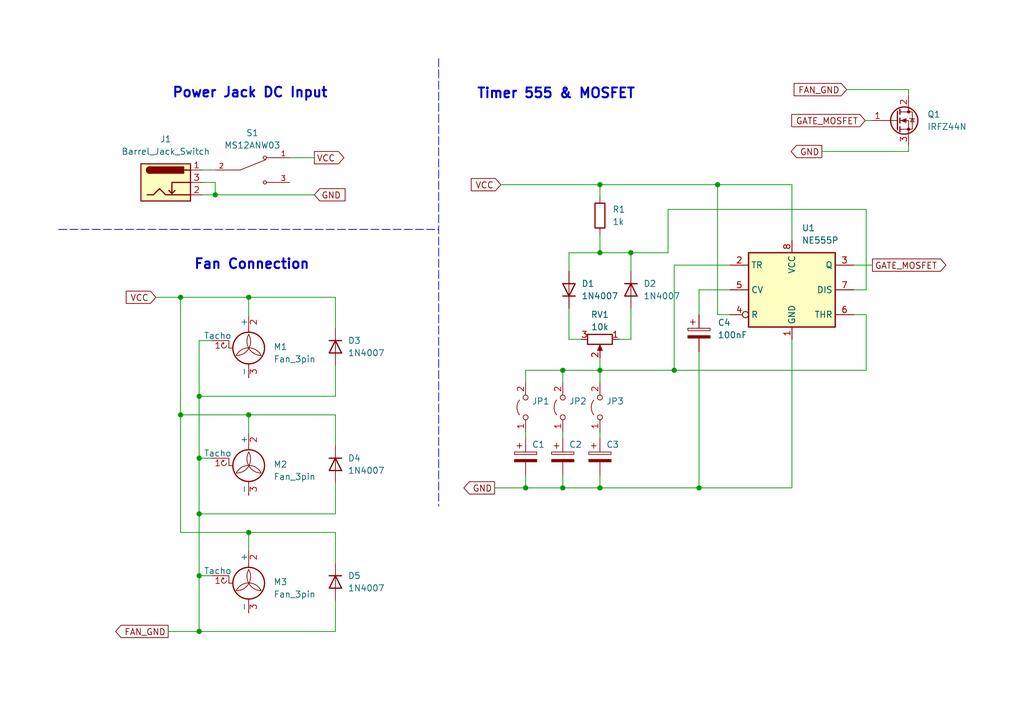
<source format=kicad_sch>
(kicad_sch (version 20211123) (generator eeschema)

  (uuid e63e39d7-6ac0-4ffd-8aa3-1841a4541b55)

  (paper "A5")

  (title_block
    (title "PWM Controller Fan Cooler")
    (date "2022-08-07")
    (rev "1.1")
    (company "rafli@rafliard.xyz")
  )

  (lib_symbols
    (symbol "Connector:Barrel_Jack_Switch" (pin_names hide) (in_bom yes) (on_board yes)
      (property "Reference" "J" (id 0) (at 0 5.334 0)
        (effects (font (size 1.27 1.27)))
      )
      (property "Value" "Barrel_Jack_Switch" (id 1) (at 0 -5.08 0)
        (effects (font (size 1.27 1.27)))
      )
      (property "Footprint" "" (id 2) (at 1.27 -1.016 0)
        (effects (font (size 1.27 1.27)) hide)
      )
      (property "Datasheet" "~" (id 3) (at 1.27 -1.016 0)
        (effects (font (size 1.27 1.27)) hide)
      )
      (property "ki_keywords" "DC power barrel jack connector" (id 4) (at 0 0 0)
        (effects (font (size 1.27 1.27)) hide)
      )
      (property "ki_description" "DC Barrel Jack with an internal switch" (id 5) (at 0 0 0)
        (effects (font (size 1.27 1.27)) hide)
      )
      (property "ki_fp_filters" "BarrelJack*" (id 6) (at 0 0 0)
        (effects (font (size 1.27 1.27)) hide)
      )
      (symbol "Barrel_Jack_Switch_0_1"
        (rectangle (start -5.08 3.81) (end 5.08 -3.81)
          (stroke (width 0.254) (type default) (color 0 0 0 0))
          (fill (type background))
        )
        (arc (start -3.302 3.175) (mid -3.937 2.54) (end -3.302 1.905)
          (stroke (width 0.254) (type default) (color 0 0 0 0))
          (fill (type none))
        )
        (arc (start -3.302 3.175) (mid -3.937 2.54) (end -3.302 1.905)
          (stroke (width 0.254) (type default) (color 0 0 0 0))
          (fill (type outline))
        )
        (polyline
          (pts
            (xy 1.27 -2.286)
            (xy 1.905 -1.651)
          )
          (stroke (width 0.254) (type default) (color 0 0 0 0))
          (fill (type none))
        )
        (polyline
          (pts
            (xy 5.08 2.54)
            (xy 3.81 2.54)
          )
          (stroke (width 0.254) (type default) (color 0 0 0 0))
          (fill (type none))
        )
        (polyline
          (pts
            (xy 5.08 0)
            (xy 1.27 0)
            (xy 1.27 -2.286)
            (xy 0.635 -1.651)
          )
          (stroke (width 0.254) (type default) (color 0 0 0 0))
          (fill (type none))
        )
        (polyline
          (pts
            (xy -3.81 -2.54)
            (xy -2.54 -2.54)
            (xy -1.27 -1.27)
            (xy 0 -2.54)
            (xy 2.54 -2.54)
            (xy 5.08 -2.54)
          )
          (stroke (width 0.254) (type default) (color 0 0 0 0))
          (fill (type none))
        )
        (rectangle (start 3.683 3.175) (end -3.302 1.905)
          (stroke (width 0.254) (type default) (color 0 0 0 0))
          (fill (type outline))
        )
      )
      (symbol "Barrel_Jack_Switch_1_1"
        (pin passive line (at 7.62 2.54 180) (length 2.54)
          (name "~" (effects (font (size 1.27 1.27))))
          (number "1" (effects (font (size 1.27 1.27))))
        )
        (pin passive line (at 7.62 -2.54 180) (length 2.54)
          (name "~" (effects (font (size 1.27 1.27))))
          (number "2" (effects (font (size 1.27 1.27))))
        )
        (pin passive line (at 7.62 0 180) (length 2.54)
          (name "~" (effects (font (size 1.27 1.27))))
          (number "3" (effects (font (size 1.27 1.27))))
        )
      )
    )
    (symbol "Device:C_Polarized" (pin_numbers hide) (pin_names (offset 0.254)) (in_bom yes) (on_board yes)
      (property "Reference" "C" (id 0) (at 0.635 2.54 0)
        (effects (font (size 1.27 1.27)) (justify left))
      )
      (property "Value" "C_Polarized" (id 1) (at 0.635 -2.54 0)
        (effects (font (size 1.27 1.27)) (justify left))
      )
      (property "Footprint" "" (id 2) (at 0.9652 -3.81 0)
        (effects (font (size 1.27 1.27)) hide)
      )
      (property "Datasheet" "~" (id 3) (at 0 0 0)
        (effects (font (size 1.27 1.27)) hide)
      )
      (property "ki_keywords" "cap capacitor" (id 4) (at 0 0 0)
        (effects (font (size 1.27 1.27)) hide)
      )
      (property "ki_description" "Polarized capacitor" (id 5) (at 0 0 0)
        (effects (font (size 1.27 1.27)) hide)
      )
      (property "ki_fp_filters" "CP_*" (id 6) (at 0 0 0)
        (effects (font (size 1.27 1.27)) hide)
      )
      (symbol "C_Polarized_0_1"
        (rectangle (start -2.286 0.508) (end 2.286 1.016)
          (stroke (width 0) (type default) (color 0 0 0 0))
          (fill (type none))
        )
        (polyline
          (pts
            (xy -1.778 2.286)
            (xy -0.762 2.286)
          )
          (stroke (width 0) (type default) (color 0 0 0 0))
          (fill (type none))
        )
        (polyline
          (pts
            (xy -1.27 2.794)
            (xy -1.27 1.778)
          )
          (stroke (width 0) (type default) (color 0 0 0 0))
          (fill (type none))
        )
        (rectangle (start 2.286 -0.508) (end -2.286 -1.016)
          (stroke (width 0) (type default) (color 0 0 0 0))
          (fill (type outline))
        )
      )
      (symbol "C_Polarized_1_1"
        (pin passive line (at 0 3.81 270) (length 2.794)
          (name "~" (effects (font (size 1.27 1.27))))
          (number "1" (effects (font (size 1.27 1.27))))
        )
        (pin passive line (at 0 -3.81 90) (length 2.794)
          (name "~" (effects (font (size 1.27 1.27))))
          (number "2" (effects (font (size 1.27 1.27))))
        )
      )
    )
    (symbol "Device:R" (pin_numbers hide) (pin_names (offset 0)) (in_bom yes) (on_board yes)
      (property "Reference" "R" (id 0) (at 2.032 0 90)
        (effects (font (size 1.27 1.27)))
      )
      (property "Value" "R" (id 1) (at 0 0 90)
        (effects (font (size 1.27 1.27)))
      )
      (property "Footprint" "" (id 2) (at -1.778 0 90)
        (effects (font (size 1.27 1.27)) hide)
      )
      (property "Datasheet" "~" (id 3) (at 0 0 0)
        (effects (font (size 1.27 1.27)) hide)
      )
      (property "ki_keywords" "R res resistor" (id 4) (at 0 0 0)
        (effects (font (size 1.27 1.27)) hide)
      )
      (property "ki_description" "Resistor" (id 5) (at 0 0 0)
        (effects (font (size 1.27 1.27)) hide)
      )
      (property "ki_fp_filters" "R_*" (id 6) (at 0 0 0)
        (effects (font (size 1.27 1.27)) hide)
      )
      (symbol "R_0_1"
        (rectangle (start -1.016 -2.54) (end 1.016 2.54)
          (stroke (width 0.254) (type default) (color 0 0 0 0))
          (fill (type none))
        )
      )
      (symbol "R_1_1"
        (pin passive line (at 0 3.81 270) (length 1.27)
          (name "~" (effects (font (size 1.27 1.27))))
          (number "1" (effects (font (size 1.27 1.27))))
        )
        (pin passive line (at 0 -3.81 90) (length 1.27)
          (name "~" (effects (font (size 1.27 1.27))))
          (number "2" (effects (font (size 1.27 1.27))))
        )
      )
    )
    (symbol "Device:R_Potentiometer" (pin_names (offset 1.016) hide) (in_bom yes) (on_board yes)
      (property "Reference" "RV" (id 0) (at -4.445 0 90)
        (effects (font (size 1.27 1.27)))
      )
      (property "Value" "R_Potentiometer" (id 1) (at -2.54 0 90)
        (effects (font (size 1.27 1.27)))
      )
      (property "Footprint" "" (id 2) (at 0 0 0)
        (effects (font (size 1.27 1.27)) hide)
      )
      (property "Datasheet" "~" (id 3) (at 0 0 0)
        (effects (font (size 1.27 1.27)) hide)
      )
      (property "ki_keywords" "resistor variable" (id 4) (at 0 0 0)
        (effects (font (size 1.27 1.27)) hide)
      )
      (property "ki_description" "Potentiometer" (id 5) (at 0 0 0)
        (effects (font (size 1.27 1.27)) hide)
      )
      (property "ki_fp_filters" "Potentiometer*" (id 6) (at 0 0 0)
        (effects (font (size 1.27 1.27)) hide)
      )
      (symbol "R_Potentiometer_0_1"
        (polyline
          (pts
            (xy 2.54 0)
            (xy 1.524 0)
          )
          (stroke (width 0) (type default) (color 0 0 0 0))
          (fill (type none))
        )
        (polyline
          (pts
            (xy 1.143 0)
            (xy 2.286 0.508)
            (xy 2.286 -0.508)
            (xy 1.143 0)
          )
          (stroke (width 0) (type default) (color 0 0 0 0))
          (fill (type outline))
        )
        (rectangle (start 1.016 2.54) (end -1.016 -2.54)
          (stroke (width 0.254) (type default) (color 0 0 0 0))
          (fill (type none))
        )
      )
      (symbol "R_Potentiometer_1_1"
        (pin passive line (at 0 3.81 270) (length 1.27)
          (name "1" (effects (font (size 1.27 1.27))))
          (number "1" (effects (font (size 1.27 1.27))))
        )
        (pin passive line (at 3.81 0 180) (length 1.27)
          (name "2" (effects (font (size 1.27 1.27))))
          (number "2" (effects (font (size 1.27 1.27))))
        )
        (pin passive line (at 0 -3.81 90) (length 1.27)
          (name "3" (effects (font (size 1.27 1.27))))
          (number "3" (effects (font (size 1.27 1.27))))
        )
      )
    )
    (symbol "Diode:1N4007" (pin_numbers hide) (pin_names (offset 1.016) hide) (in_bom yes) (on_board yes)
      (property "Reference" "D" (id 0) (at 0 2.54 0)
        (effects (font (size 1.27 1.27)))
      )
      (property "Value" "1N4007" (id 1) (at 0 -2.54 0)
        (effects (font (size 1.27 1.27)))
      )
      (property "Footprint" "Diode_THT:D_DO-41_SOD81_P10.16mm_Horizontal" (id 2) (at 0 -4.445 0)
        (effects (font (size 1.27 1.27)) hide)
      )
      (property "Datasheet" "http://www.vishay.com/docs/88503/1n4001.pdf" (id 3) (at 0 0 0)
        (effects (font (size 1.27 1.27)) hide)
      )
      (property "ki_keywords" "diode" (id 4) (at 0 0 0)
        (effects (font (size 1.27 1.27)) hide)
      )
      (property "ki_description" "1000V 1A General Purpose Rectifier Diode, DO-41" (id 5) (at 0 0 0)
        (effects (font (size 1.27 1.27)) hide)
      )
      (property "ki_fp_filters" "D*DO?41*" (id 6) (at 0 0 0)
        (effects (font (size 1.27 1.27)) hide)
      )
      (symbol "1N4007_0_1"
        (polyline
          (pts
            (xy -1.27 1.27)
            (xy -1.27 -1.27)
          )
          (stroke (width 0.254) (type default) (color 0 0 0 0))
          (fill (type none))
        )
        (polyline
          (pts
            (xy 1.27 0)
            (xy -1.27 0)
          )
          (stroke (width 0) (type default) (color 0 0 0 0))
          (fill (type none))
        )
        (polyline
          (pts
            (xy 1.27 1.27)
            (xy 1.27 -1.27)
            (xy -1.27 0)
            (xy 1.27 1.27)
          )
          (stroke (width 0.254) (type default) (color 0 0 0 0))
          (fill (type none))
        )
      )
      (symbol "1N4007_1_1"
        (pin passive line (at -3.81 0 0) (length 2.54)
          (name "K" (effects (font (size 1.27 1.27))))
          (number "1" (effects (font (size 1.27 1.27))))
        )
        (pin passive line (at 3.81 0 180) (length 2.54)
          (name "A" (effects (font (size 1.27 1.27))))
          (number "2" (effects (font (size 1.27 1.27))))
        )
      )
    )
    (symbol "Jumper:Jumper_2_Open" (pin_names (offset 0) hide) (in_bom yes) (on_board yes)
      (property "Reference" "JP" (id 0) (at 0 2.794 0)
        (effects (font (size 1.27 1.27)))
      )
      (property "Value" "Jumper_2_Open" (id 1) (at 0 -2.286 0)
        (effects (font (size 1.27 1.27)))
      )
      (property "Footprint" "" (id 2) (at 0 0 0)
        (effects (font (size 1.27 1.27)) hide)
      )
      (property "Datasheet" "~" (id 3) (at 0 0 0)
        (effects (font (size 1.27 1.27)) hide)
      )
      (property "ki_keywords" "Jumper SPST" (id 4) (at 0 0 0)
        (effects (font (size 1.27 1.27)) hide)
      )
      (property "ki_description" "Jumper, 2-pole, open" (id 5) (at 0 0 0)
        (effects (font (size 1.27 1.27)) hide)
      )
      (property "ki_fp_filters" "Jumper* TestPoint*2Pads* TestPoint*Bridge*" (id 6) (at 0 0 0)
        (effects (font (size 1.27 1.27)) hide)
      )
      (symbol "Jumper_2_Open_0_0"
        (circle (center -2.032 0) (radius 0.508)
          (stroke (width 0) (type default) (color 0 0 0 0))
          (fill (type none))
        )
        (circle (center 2.032 0) (radius 0.508)
          (stroke (width 0) (type default) (color 0 0 0 0))
          (fill (type none))
        )
      )
      (symbol "Jumper_2_Open_0_1"
        (arc (start 1.524 1.27) (mid 0 1.778) (end -1.524 1.27)
          (stroke (width 0) (type default) (color 0 0 0 0))
          (fill (type none))
        )
      )
      (symbol "Jumper_2_Open_1_1"
        (pin passive line (at -5.08 0 0) (length 2.54)
          (name "A" (effects (font (size 1.27 1.27))))
          (number "1" (effects (font (size 1.27 1.27))))
        )
        (pin passive line (at 5.08 0 180) (length 2.54)
          (name "B" (effects (font (size 1.27 1.27))))
          (number "2" (effects (font (size 1.27 1.27))))
        )
      )
    )
    (symbol "Motor:Fan_3pin" (pin_names (offset 0)) (in_bom yes) (on_board yes)
      (property "Reference" "M" (id 0) (at 2.54 2.54 0)
        (effects (font (size 1.27 1.27)) (justify left))
      )
      (property "Value" "Fan_3pin" (id 1) (at 2.54 -5.08 0)
        (effects (font (size 1.27 1.27)) (justify left top))
      )
      (property "Footprint" "" (id 2) (at 0 -2.286 0)
        (effects (font (size 1.27 1.27)) hide)
      )
      (property "Datasheet" "http://www.hardwarecanucks.com/forum/attachments/new-builds/16287d1330775095-help-chassis-power-fan-connectors-motherboard-asus_p8z68.jpg" (id 3) (at 0 -2.286 0)
        (effects (font (size 1.27 1.27)) hide)
      )
      (property "ki_keywords" "Fan Motor tacho" (id 4) (at 0 0 0)
        (effects (font (size 1.27 1.27)) hide)
      )
      (property "ki_description" "Fan, tacho output, 3-pin connector" (id 5) (at 0 0 0)
        (effects (font (size 1.27 1.27)) hide)
      )
      (property "ki_fp_filters" "FanPinHeader*P2.54mm*Vertical* PinHeader*P2.54mm*Vertical* TerminalBlock*" (id 6) (at 0 0 0)
        (effects (font (size 1.27 1.27)) hide)
      )
      (symbol "Fan_3pin_0_0"
        (arc (start -5.588 -1.016) (mid -5.08 -1.524) (end -4.572 -1.016)
          (stroke (width 0) (type default) (color 0 0 0 0))
          (fill (type none))
        )
        (arc (start -5.08 -0.508) (mid -5.4392 -0.6568) (end -5.588 -1.016)
          (stroke (width 0) (type default) (color 0 0 0 0))
          (fill (type none))
        )
        (polyline
          (pts
            (xy -5.08 -0.508)
            (xy -5.334 -0.381)
          )
          (stroke (width 0) (type default) (color 0 0 0 0))
          (fill (type none))
        )
        (polyline
          (pts
            (xy -5.08 -0.508)
            (xy -5.207 -0.762)
          )
          (stroke (width 0) (type default) (color 0 0 0 0))
          (fill (type none))
        )
        (polyline
          (pts
            (xy -4.064 0)
            (xy -4.064 -1.524)
            (xy -3.302 -1.524)
          )
          (stroke (width 0) (type default) (color 0 0 0 0))
          (fill (type none))
        )
      )
      (symbol "Fan_3pin_0_1"
        (arc (start -2.54 -3.048) (mid -0.0014 -1.6352) (end 0 1.27)
          (stroke (width 0) (type default) (color 0 0 0 0))
          (fill (type none))
        )
        (circle (center 0 -1.524) (radius 3.2512)
          (stroke (width 0.254) (type default) (color 0 0 0 0))
          (fill (type none))
        )
        (polyline
          (pts
            (xy -4.064 0)
            (xy -5.08 0)
          )
          (stroke (width 0) (type default) (color 0 0 0 0))
          (fill (type none))
        )
        (polyline
          (pts
            (xy 0 -7.62)
            (xy 0 -7.112)
          )
          (stroke (width 0) (type default) (color 0 0 0 0))
          (fill (type none))
        )
        (polyline
          (pts
            (xy 0 -4.7752)
            (xy 0 -5.1816)
          )
          (stroke (width 0) (type default) (color 0 0 0 0))
          (fill (type none))
        )
        (polyline
          (pts
            (xy 0 1.7272)
            (xy 0 2.0828)
          )
          (stroke (width 0) (type default) (color 0 0 0 0))
          (fill (type none))
        )
        (polyline
          (pts
            (xy 0 2.032)
            (xy 0 2.54)
          )
          (stroke (width 0) (type default) (color 0 0 0 0))
          (fill (type none))
        )
        (arc (start 0 1.27) (mid 0.0468 -1.6085) (end 2.54 -3.048)
          (stroke (width 0) (type default) (color 0 0 0 0))
          (fill (type none))
        )
        (arc (start 2.54 -3.048) (mid 0 -1.4782) (end -2.54 -3.048)
          (stroke (width 0) (type default) (color 0 0 0 0))
          (fill (type none))
        )
      )
      (symbol "Fan_3pin_1_1"
        (pin passive line (at -7.62 0 0) (length 2.54)
          (name "Tacho" (effects (font (size 1.27 1.27))))
          (number "1" (effects (font (size 1.27 1.27))))
        )
        (pin passive line (at 0 5.08 270) (length 2.54)
          (name "+" (effects (font (size 1.27 1.27))))
          (number "2" (effects (font (size 1.27 1.27))))
        )
        (pin passive line (at 0 -7.62 90) (length 2.54)
          (name "-" (effects (font (size 1.27 1.27))))
          (number "3" (effects (font (size 1.27 1.27))))
        )
      )
    )
    (symbol "SLIDE_SWITCH:MS12ANW03" (pin_names (offset 1.016) hide) (in_bom yes) (on_board yes)
      (property "Reference" "S" (id 0) (at -2.54 5.08 0)
        (effects (font (size 1.27 1.27)) (justify left bottom))
      )
      (property "Value" "MS12ANW03" (id 1) (at -2.54 -5.08 0)
        (effects (font (size 1.27 1.27)) (justify left bottom))
      )
      (property "Footprint" "SW_MS12ANW03" (id 2) (at 0 0 0)
        (effects (font (size 1.27 1.27)) (justify left bottom) hide)
      )
      (property "Datasheet" "" (id 3) (at 0 0 0)
        (effects (font (size 1.27 1.27)) (justify left bottom) hide)
      )
      (property "STANDARD" "Manufacturer Recommendation" (id 4) (at 0 0 0)
        (effects (font (size 1.27 1.27)) (justify left bottom) hide)
      )
      (property "PARTREV" "" (id 5) (at 0 0 0)
        (effects (font (size 1.27 1.27)) (justify left bottom) hide)
      )
      (property "MANUFACTURER" "NKK Switches" (id 6) (at 0 0 0)
        (effects (font (size 1.27 1.27)) (justify left bottom) hide)
      )
      (property "MAXIMUM_PACKAGE_HEIGHT" "13.05 mm" (id 7) (at 0 0 0)
        (effects (font (size 1.27 1.27)) (justify left bottom) hide)
      )
      (property "ki_locked" "" (id 8) (at 0 0 0)
        (effects (font (size 1.27 1.27)))
      )
      (symbol "MS12ANW03_0_0"
        (polyline
          (pts
            (xy -2.54 0)
            (xy -5.08 0)
          )
          (stroke (width 0.1524) (type default) (color 0 0 0 0))
          (fill (type none))
        )
        (polyline
          (pts
            (xy -2.54 0)
            (xy 2.794 2.1336)
          )
          (stroke (width 0.1524) (type default) (color 0 0 0 0))
          (fill (type none))
        )
        (polyline
          (pts
            (xy 5.08 -2.54)
            (xy 2.921 -2.54)
          )
          (stroke (width 0.1524) (type default) (color 0 0 0 0))
          (fill (type none))
        )
        (polyline
          (pts
            (xy 5.08 2.54)
            (xy 2.921 2.54)
          )
          (stroke (width 0.1524) (type default) (color 0 0 0 0))
          (fill (type none))
        )
        (circle (center 2.54 -2.54) (radius 0.3302)
          (stroke (width 0.1524) (type default) (color 0 0 0 0))
          (fill (type none))
        )
        (circle (center 2.54 2.54) (radius 0.3302)
          (stroke (width 0.1524) (type default) (color 0 0 0 0))
          (fill (type none))
        )
        (pin passive line (at 7.62 2.54 180) (length 2.54)
          (name "~" (effects (font (size 1.016 1.016))))
          (number "1" (effects (font (size 1.016 1.016))))
        )
        (pin passive line (at -7.62 0 0) (length 2.54)
          (name "~" (effects (font (size 1.016 1.016))))
          (number "2" (effects (font (size 1.016 1.016))))
        )
        (pin passive line (at 7.62 -2.54 180) (length 2.54)
          (name "~" (effects (font (size 1.016 1.016))))
          (number "3" (effects (font (size 1.016 1.016))))
        )
      )
    )
    (symbol "Timer:NE555P" (in_bom yes) (on_board yes)
      (property "Reference" "U" (id 0) (at -10.16 8.89 0)
        (effects (font (size 1.27 1.27)) (justify left))
      )
      (property "Value" "NE555P" (id 1) (at 2.54 8.89 0)
        (effects (font (size 1.27 1.27)) (justify left))
      )
      (property "Footprint" "Package_DIP:DIP-8_W7.62mm" (id 2) (at 16.51 -10.16 0)
        (effects (font (size 1.27 1.27)) hide)
      )
      (property "Datasheet" "http://www.ti.com/lit/ds/symlink/ne555.pdf" (id 3) (at 21.59 -10.16 0)
        (effects (font (size 1.27 1.27)) hide)
      )
      (property "ki_keywords" "single timer 555" (id 4) (at 0 0 0)
        (effects (font (size 1.27 1.27)) hide)
      )
      (property "ki_description" "Precision Timers, 555 compatible,  PDIP-8" (id 5) (at 0 0 0)
        (effects (font (size 1.27 1.27)) hide)
      )
      (property "ki_fp_filters" "DIP*W7.62mm*" (id 6) (at 0 0 0)
        (effects (font (size 1.27 1.27)) hide)
      )
      (symbol "NE555P_0_0"
        (pin power_in line (at 0 -10.16 90) (length 2.54)
          (name "GND" (effects (font (size 1.27 1.27))))
          (number "1" (effects (font (size 1.27 1.27))))
        )
        (pin power_in line (at 0 10.16 270) (length 2.54)
          (name "VCC" (effects (font (size 1.27 1.27))))
          (number "8" (effects (font (size 1.27 1.27))))
        )
      )
      (symbol "NE555P_0_1"
        (rectangle (start -8.89 -7.62) (end 8.89 7.62)
          (stroke (width 0.254) (type default) (color 0 0 0 0))
          (fill (type background))
        )
        (rectangle (start -8.89 -7.62) (end 8.89 7.62)
          (stroke (width 0.254) (type default) (color 0 0 0 0))
          (fill (type background))
        )
      )
      (symbol "NE555P_1_1"
        (pin input line (at -12.7 5.08 0) (length 3.81)
          (name "TR" (effects (font (size 1.27 1.27))))
          (number "2" (effects (font (size 1.27 1.27))))
        )
        (pin output line (at 12.7 5.08 180) (length 3.81)
          (name "Q" (effects (font (size 1.27 1.27))))
          (number "3" (effects (font (size 1.27 1.27))))
        )
        (pin input inverted (at -12.7 -5.08 0) (length 3.81)
          (name "R" (effects (font (size 1.27 1.27))))
          (number "4" (effects (font (size 1.27 1.27))))
        )
        (pin input line (at -12.7 0 0) (length 3.81)
          (name "CV" (effects (font (size 1.27 1.27))))
          (number "5" (effects (font (size 1.27 1.27))))
        )
        (pin input line (at 12.7 -5.08 180) (length 3.81)
          (name "THR" (effects (font (size 1.27 1.27))))
          (number "6" (effects (font (size 1.27 1.27))))
        )
        (pin input line (at 12.7 0 180) (length 3.81)
          (name "DIS" (effects (font (size 1.27 1.27))))
          (number "7" (effects (font (size 1.27 1.27))))
        )
      )
    )
    (symbol "Transistor_FET:IRF540N" (pin_names hide) (in_bom yes) (on_board yes)
      (property "Reference" "Q" (id 0) (at 6.35 1.905 0)
        (effects (font (size 1.27 1.27)) (justify left))
      )
      (property "Value" "IRF540N" (id 1) (at 6.35 0 0)
        (effects (font (size 1.27 1.27)) (justify left))
      )
      (property "Footprint" "Package_TO_SOT_THT:TO-220-3_Vertical" (id 2) (at 6.35 -1.905 0)
        (effects (font (size 1.27 1.27) italic) (justify left) hide)
      )
      (property "Datasheet" "http://www.irf.com/product-info/datasheets/data/irf540n.pdf" (id 3) (at 0 0 0)
        (effects (font (size 1.27 1.27)) (justify left) hide)
      )
      (property "ki_keywords" "HEXFET N-Channel MOSFET" (id 4) (at 0 0 0)
        (effects (font (size 1.27 1.27)) hide)
      )
      (property "ki_description" "33A Id, 100V Vds, HEXFET N-Channel MOSFET, TO-220" (id 5) (at 0 0 0)
        (effects (font (size 1.27 1.27)) hide)
      )
      (property "ki_fp_filters" "TO?220*" (id 6) (at 0 0 0)
        (effects (font (size 1.27 1.27)) hide)
      )
      (symbol "IRF540N_0_1"
        (polyline
          (pts
            (xy 0.254 0)
            (xy -2.54 0)
          )
          (stroke (width 0) (type default) (color 0 0 0 0))
          (fill (type none))
        )
        (polyline
          (pts
            (xy 0.254 1.905)
            (xy 0.254 -1.905)
          )
          (stroke (width 0.254) (type default) (color 0 0 0 0))
          (fill (type none))
        )
        (polyline
          (pts
            (xy 0.762 -1.27)
            (xy 0.762 -2.286)
          )
          (stroke (width 0.254) (type default) (color 0 0 0 0))
          (fill (type none))
        )
        (polyline
          (pts
            (xy 0.762 0.508)
            (xy 0.762 -0.508)
          )
          (stroke (width 0.254) (type default) (color 0 0 0 0))
          (fill (type none))
        )
        (polyline
          (pts
            (xy 0.762 2.286)
            (xy 0.762 1.27)
          )
          (stroke (width 0.254) (type default) (color 0 0 0 0))
          (fill (type none))
        )
        (polyline
          (pts
            (xy 2.54 2.54)
            (xy 2.54 1.778)
          )
          (stroke (width 0) (type default) (color 0 0 0 0))
          (fill (type none))
        )
        (polyline
          (pts
            (xy 2.54 -2.54)
            (xy 2.54 0)
            (xy 0.762 0)
          )
          (stroke (width 0) (type default) (color 0 0 0 0))
          (fill (type none))
        )
        (polyline
          (pts
            (xy 0.762 -1.778)
            (xy 3.302 -1.778)
            (xy 3.302 1.778)
            (xy 0.762 1.778)
          )
          (stroke (width 0) (type default) (color 0 0 0 0))
          (fill (type none))
        )
        (polyline
          (pts
            (xy 1.016 0)
            (xy 2.032 0.381)
            (xy 2.032 -0.381)
            (xy 1.016 0)
          )
          (stroke (width 0) (type default) (color 0 0 0 0))
          (fill (type outline))
        )
        (polyline
          (pts
            (xy 2.794 0.508)
            (xy 2.921 0.381)
            (xy 3.683 0.381)
            (xy 3.81 0.254)
          )
          (stroke (width 0) (type default) (color 0 0 0 0))
          (fill (type none))
        )
        (polyline
          (pts
            (xy 3.302 0.381)
            (xy 2.921 -0.254)
            (xy 3.683 -0.254)
            (xy 3.302 0.381)
          )
          (stroke (width 0) (type default) (color 0 0 0 0))
          (fill (type none))
        )
        (circle (center 1.651 0) (radius 2.794)
          (stroke (width 0.254) (type default) (color 0 0 0 0))
          (fill (type none))
        )
        (circle (center 2.54 -1.778) (radius 0.254)
          (stroke (width 0) (type default) (color 0 0 0 0))
          (fill (type outline))
        )
        (circle (center 2.54 1.778) (radius 0.254)
          (stroke (width 0) (type default) (color 0 0 0 0))
          (fill (type outline))
        )
      )
      (symbol "IRF540N_1_1"
        (pin input line (at -5.08 0 0) (length 2.54)
          (name "G" (effects (font (size 1.27 1.27))))
          (number "1" (effects (font (size 1.27 1.27))))
        )
        (pin passive line (at 2.54 5.08 270) (length 2.54)
          (name "D" (effects (font (size 1.27 1.27))))
          (number "2" (effects (font (size 1.27 1.27))))
        )
        (pin passive line (at 2.54 -5.08 90) (length 2.54)
          (name "S" (effects (font (size 1.27 1.27))))
          (number "3" (effects (font (size 1.27 1.27))))
        )
      )
    )
  )

  (junction (at 40.8432 105.4608) (diameter 0) (color 0 0 0 0)
    (uuid 019c3747-eaac-4a10-9011-ee73ce0ff050)
  )
  (junction (at 37.0332 85.1408) (diameter 0) (color 0 0 0 0)
    (uuid 13792549-76b5-4a83-b992-4efc377b1068)
  )
  (junction (at 123.0376 100.1268) (diameter 0) (color 0 0 0 0)
    (uuid 1c69e415-771c-4c76-acc9-0b15b6792ba4)
  )
  (junction (at 143.3576 100.1268) (diameter 0) (color 0 0 0 0)
    (uuid 1e3918a9-286b-43d2-9f16-1a3f5153a4f4)
  )
  (junction (at 123.0376 51.8668) (diameter 0) (color 0 0 0 0)
    (uuid 1e9ec1e2-7a81-4878-9737-33f96826d03a)
  )
  (junction (at 123.0376 75.9968) (diameter 0) (color 0 0 0 0)
    (uuid 2c89224a-100b-465e-9bfa-fef4aed776ea)
  )
  (junction (at 51.0032 109.2708) (diameter 0) (color 0 0 0 0)
    (uuid 32eb66c0-db35-4644-a3dc-886bdd348d74)
  )
  (junction (at 129.3876 51.8668) (diameter 0) (color 0 0 0 0)
    (uuid 3cd5132d-9754-42d9-a7f6-3a3424cea91b)
  )
  (junction (at 147.1676 37.8968) (diameter 0) (color 0 0 0 0)
    (uuid 3eea6985-7ca6-4ec5-8b2f-bbc8e9ec83e0)
  )
  (junction (at 51.0032 61.0108) (diameter 0) (color 0 0 0 0)
    (uuid 44ea8a36-3c58-4603-bbdf-c0447523e14d)
  )
  (junction (at 138.2776 75.9968) (diameter 0) (color 0 0 0 0)
    (uuid 48901213-ddba-454f-81ff-333a47ef299b)
  )
  (junction (at 44.1452 39.9796) (diameter 0) (color 0 0 0 0)
    (uuid 560d3d16-4a75-46d0-acbc-27910ec82ed9)
  )
  (junction (at 40.8432 81.3308) (diameter 0) (color 0 0 0 0)
    (uuid 5d4ceaf8-c3e3-49cd-90ca-75e1dd74cbea)
  )
  (junction (at 123.0376 37.8968) (diameter 0) (color 0 0 0 0)
    (uuid 6656a986-2acb-46e6-bf31-adaae9049dab)
  )
  (junction (at 37.0332 61.0108) (diameter 0) (color 0 0 0 0)
    (uuid 697f83ff-f1ab-4d0a-a0cf-bc4e6d91b02c)
  )
  (junction (at 40.8432 94.0308) (diameter 0) (color 0 0 0 0)
    (uuid 7a565b2e-89f8-46a1-b0fb-b0e6097f8121)
  )
  (junction (at 40.8432 129.5908) (diameter 0) (color 0 0 0 0)
    (uuid 9048b42f-cf1a-4f3c-8d81-d8a85a7ffed4)
  )
  (junction (at 115.4176 100.1268) (diameter 0) (color 0 0 0 0)
    (uuid a9607772-faa2-4f7c-b91f-6258bb3be633)
  )
  (junction (at 51.0032 85.1408) (diameter 0) (color 0 0 0 0)
    (uuid b8e2e0d3-8cce-4b75-b225-283cc04b6f71)
  )
  (junction (at 115.4176 75.9968) (diameter 0) (color 0 0 0 0)
    (uuid c5e55012-ff62-48eb-84b8-48c452790456)
  )
  (junction (at 40.8432 118.1608) (diameter 0) (color 0 0 0 0)
    (uuid edff220f-4d0a-4c9f-9e9d-713e423faf88)
  )
  (junction (at 107.7976 100.1268) (diameter 0) (color 0 0 0 0)
    (uuid f4a42ced-6c6f-4cad-a5d8-9a7760e81653)
  )

  (wire (pts (xy 40.8432 94.0308) (xy 43.3832 94.0308))
    (stroke (width 0) (type default) (color 0 0 0 0))
    (uuid 00e4ff99-836d-45e1-bf44-9ede0f47c204)
  )
  (wire (pts (xy 40.8432 81.3308) (xy 40.8432 94.0308))
    (stroke (width 0) (type default) (color 0 0 0 0))
    (uuid 090216cf-f117-439c-a610-c043a0fbdae7)
  )
  (wire (pts (xy 37.0332 109.2708) (xy 37.0332 85.1408))
    (stroke (width 0) (type default) (color 0 0 0 0))
    (uuid 097ee13d-ec5a-49d2-8db1-55b05e6ee254)
  )
  (wire (pts (xy 68.7832 109.2708) (xy 51.0032 109.2708))
    (stroke (width 0) (type default) (color 0 0 0 0))
    (uuid 0a7c88a0-0225-442d-9580-1663d3a3f67f)
  )
  (wire (pts (xy 123.0376 88.6968) (xy 123.0376 89.9668))
    (stroke (width 0) (type default) (color 0 0 0 0))
    (uuid 0efbfb93-05ed-456f-ab23-03188473c9e3)
  )
  (wire (pts (xy 37.0332 85.1408) (xy 51.0032 85.1408))
    (stroke (width 0) (type default) (color 0 0 0 0))
    (uuid 11347da2-b303-4f88-932c-a3fc27cb734d)
  )
  (wire (pts (xy 40.8432 118.1608) (xy 40.8432 129.5908))
    (stroke (width 0) (type default) (color 0 0 0 0))
    (uuid 143a77f2-33b9-4a5d-a541-6d13a83a6207)
  )
  (wire (pts (xy 51.0032 61.0108) (xy 51.0032 64.8208))
    (stroke (width 0) (type default) (color 0 0 0 0))
    (uuid 17855ce3-2cdc-459b-9778-fcbf53e262b3)
  )
  (wire (pts (xy 115.4176 97.5868) (xy 115.4176 100.1268))
    (stroke (width 0) (type default) (color 0 0 0 0))
    (uuid 1c80c2f5-94fc-473a-9a09-744ec8dff0bf)
  )
  (wire (pts (xy 126.8476 69.6468) (xy 129.3876 69.6468))
    (stroke (width 0) (type default) (color 0 0 0 0))
    (uuid 2058c5a3-d427-42ef-bc69-88039730ac3a)
  )
  (wire (pts (xy 143.3576 100.1268) (xy 162.4076 100.1268))
    (stroke (width 0) (type default) (color 0 0 0 0))
    (uuid 2e21eac9-6148-4e81-a110-914ac4022854)
  )
  (wire (pts (xy 123.0376 37.8968) (xy 123.0376 40.4368))
    (stroke (width 0) (type default) (color 0 0 0 0))
    (uuid 2ed78741-a6df-4fe7-adc4-a3073c196cef)
  )
  (wire (pts (xy 40.8432 118.1608) (xy 43.3832 118.1608))
    (stroke (width 0) (type default) (color 0 0 0 0))
    (uuid 2ef573ea-2a89-469c-8fd9-e748d3c15af4)
  )
  (wire (pts (xy 115.4176 75.9968) (xy 123.0376 75.9968))
    (stroke (width 0) (type default) (color 0 0 0 0))
    (uuid 31fbbc5d-a13a-4518-861a-4495289df324)
  )
  (wire (pts (xy 107.7976 88.6968) (xy 107.7976 89.9668))
    (stroke (width 0) (type default) (color 0 0 0 0))
    (uuid 3649b4c2-c6d2-4e92-b35b-d200e1afdd77)
  )
  (wire (pts (xy 68.7832 115.6208) (xy 68.7832 109.2708))
    (stroke (width 0) (type default) (color 0 0 0 0))
    (uuid 365a220b-3fe6-4526-9a8e-a544812c602b)
  )
  (wire (pts (xy 107.7976 78.5368) (xy 107.7976 75.9968))
    (stroke (width 0) (type default) (color 0 0 0 0))
    (uuid 3d2de93f-a7ac-4978-b883-af4c0e13417d)
  )
  (wire (pts (xy 162.4076 100.1268) (xy 162.4076 69.6468))
    (stroke (width 0) (type default) (color 0 0 0 0))
    (uuid 4140de27-203d-4dfe-93d4-ea7ac9e04f60)
  )
  (wire (pts (xy 143.3576 72.1868) (xy 143.3576 100.1268))
    (stroke (width 0) (type default) (color 0 0 0 0))
    (uuid 467f4d35-e837-4d83-b51d-1612c6612c00)
  )
  (wire (pts (xy 186.3344 31.0896) (xy 168.5544 31.0896))
    (stroke (width 0) (type default) (color 0 0 0 0))
    (uuid 47a732c3-7eb7-48d2-b25c-7dc926e66ad2)
  )
  (wire (pts (xy 116.6876 51.8668) (xy 123.0376 51.8668))
    (stroke (width 0) (type default) (color 0 0 0 0))
    (uuid 4a57e1a5-398a-4ed7-9dc5-a9253191663d)
  )
  (wire (pts (xy 137.0076 51.8668) (xy 129.3876 51.8668))
    (stroke (width 0) (type default) (color 0 0 0 0))
    (uuid 4aa937a7-b0c4-4349-800b-e746aa544b7d)
  )
  (wire (pts (xy 186.3344 29.8196) (xy 186.3344 31.0896))
    (stroke (width 0) (type default) (color 0 0 0 0))
    (uuid 4ad2ea72-1640-4f09-b965-cf090e4d242d)
  )
  (wire (pts (xy 116.6876 51.8668) (xy 116.6876 55.6768))
    (stroke (width 0) (type default) (color 0 0 0 0))
    (uuid 4e24336b-5d20-4ad9-8bc2-a389b728f70e)
  )
  (polyline (pts (xy 89.9668 12.0396) (xy 89.9668 103.886))
    (stroke (width 0) (type default) (color 0 0 0 0))
    (uuid 5303c7c6-95e9-4398-94b5-2301960e3d6c)
  )

  (wire (pts (xy 68.7832 74.9808) (xy 68.7832 81.3308))
    (stroke (width 0) (type default) (color 0 0 0 0))
    (uuid 535db2dd-e3da-4309-aa77-08d098b0b1b1)
  )
  (wire (pts (xy 177.6476 42.9768) (xy 137.0076 42.9768))
    (stroke (width 0) (type default) (color 0 0 0 0))
    (uuid 5e7920bb-8dd3-4b4f-b773-333389d058c1)
  )
  (wire (pts (xy 175.1076 59.4868) (xy 177.6476 59.4868))
    (stroke (width 0) (type default) (color 0 0 0 0))
    (uuid 5f04b5f0-a7fc-4fe7-a051-f6f3e40a420d)
  )
  (wire (pts (xy 51.0032 85.1408) (xy 51.0032 88.9508))
    (stroke (width 0) (type default) (color 0 0 0 0))
    (uuid 6325f23e-a99b-49a0-8473-0cb84d65c9bb)
  )
  (wire (pts (xy 51.0032 109.2708) (xy 37.0332 109.2708))
    (stroke (width 0) (type default) (color 0 0 0 0))
    (uuid 6476b4cb-dbf6-4da7-bcaa-8f780a647192)
  )
  (wire (pts (xy 177.6476 64.5668) (xy 177.6476 75.9968))
    (stroke (width 0) (type default) (color 0 0 0 0))
    (uuid 6853d3c8-8a86-4bb5-91fe-b2fa1e54d7b0)
  )
  (wire (pts (xy 68.7832 123.2408) (xy 68.7832 129.5908))
    (stroke (width 0) (type default) (color 0 0 0 0))
    (uuid 6a112d84-7e2b-42ad-bedd-0a5d9d26a3f7)
  )
  (wire (pts (xy 51.0032 109.2708) (xy 51.0032 113.0808))
    (stroke (width 0) (type default) (color 0 0 0 0))
    (uuid 6c3c3323-856e-4c21-8714-c7505002ce16)
  )
  (wire (pts (xy 37.0332 61.0108) (xy 37.0332 85.1408))
    (stroke (width 0) (type default) (color 0 0 0 0))
    (uuid 750a6fd6-6e19-4f0b-a790-1fa8a206132c)
  )
  (wire (pts (xy 123.0376 51.8668) (xy 123.0376 48.0568))
    (stroke (width 0) (type default) (color 0 0 0 0))
    (uuid 7a317287-1c34-4767-8b83-f51fef35eb59)
  )
  (wire (pts (xy 137.0076 42.9768) (xy 137.0076 51.8668))
    (stroke (width 0) (type default) (color 0 0 0 0))
    (uuid 7e30ab47-fe62-4f3b-a305-87af68eb9d45)
  )
  (wire (pts (xy 123.0376 37.8968) (xy 147.1676 37.8968))
    (stroke (width 0) (type default) (color 0 0 0 0))
    (uuid 81a41d77-af36-4ec3-adf9-ecd6ea389e60)
  )
  (wire (pts (xy 186.3344 18.3896) (xy 173.6344 18.3896))
    (stroke (width 0) (type default) (color 0 0 0 0))
    (uuid 822ffa77-afe0-4dd8-8b30-2f5ef4c5faaa)
  )
  (wire (pts (xy 107.7976 75.9968) (xy 115.4176 75.9968))
    (stroke (width 0) (type default) (color 0 0 0 0))
    (uuid 82b4533d-9984-4f05-b8dd-a2715f410729)
  )
  (wire (pts (xy 123.0376 97.5868) (xy 123.0376 100.1268))
    (stroke (width 0) (type default) (color 0 0 0 0))
    (uuid 86328a2e-fd8a-4d33-8dc4-4a974989600f)
  )
  (wire (pts (xy 177.6476 59.4868) (xy 177.6476 42.9768))
    (stroke (width 0) (type default) (color 0 0 0 0))
    (uuid 8c40f36e-c660-4e3f-bacf-945ccf8cff0b)
  )
  (wire (pts (xy 44.1452 37.4396) (xy 44.1452 39.9796))
    (stroke (width 0) (type default) (color 0 0 0 0))
    (uuid 9010c339-4d89-49cc-85f1-cc7eee585d8a)
  )
  (wire (pts (xy 44.1452 39.9796) (xy 64.4652 39.9796))
    (stroke (width 0) (type default) (color 0 0 0 0))
    (uuid 915b00f7-9c71-4b5b-994b-664c7af36672)
  )
  (wire (pts (xy 129.3876 69.6468) (xy 129.3876 63.2968))
    (stroke (width 0) (type default) (color 0 0 0 0))
    (uuid 92998b72-2014-4202-a848-47b7c5193057)
  )
  (wire (pts (xy 115.4176 100.1268) (xy 123.0376 100.1268))
    (stroke (width 0) (type default) (color 0 0 0 0))
    (uuid 95f68702-e08d-4cee-ae32-0c3f25cd4490)
  )
  (wire (pts (xy 40.8432 81.3308) (xy 68.7832 81.3308))
    (stroke (width 0) (type default) (color 0 0 0 0))
    (uuid 9ef92e9b-5a49-4d0a-b810-5a1bf2be1573)
  )
  (wire (pts (xy 40.8432 94.0308) (xy 40.8432 105.4608))
    (stroke (width 0) (type default) (color 0 0 0 0))
    (uuid 9f140f6f-b8f0-49f9-ac08-e17461d4abb1)
  )
  (wire (pts (xy 119.2276 69.6468) (xy 116.6876 69.6468))
    (stroke (width 0) (type default) (color 0 0 0 0))
    (uuid 9ff30a15-d016-4935-ad99-d940c4ce2ebf)
  )
  (wire (pts (xy 138.2776 75.9968) (xy 123.0376 75.9968))
    (stroke (width 0) (type default) (color 0 0 0 0))
    (uuid a04583f3-2d47-452d-a092-321f6e227b2e)
  )
  (wire (pts (xy 68.7832 61.0108) (xy 51.0032 61.0108))
    (stroke (width 0) (type default) (color 0 0 0 0))
    (uuid a3c88289-2222-41aa-9810-13fce6afcffc)
  )
  (wire (pts (xy 107.7976 97.5868) (xy 107.7976 100.1268))
    (stroke (width 0) (type default) (color 0 0 0 0))
    (uuid a586dd58-5a5f-461e-81d7-00454294fb68)
  )
  (wire (pts (xy 68.7832 91.4908) (xy 68.7832 85.1408))
    (stroke (width 0) (type default) (color 0 0 0 0))
    (uuid a8167838-a7fd-408a-b757-896b496a5e42)
  )
  (wire (pts (xy 147.1676 64.5668) (xy 149.7076 64.5668))
    (stroke (width 0) (type default) (color 0 0 0 0))
    (uuid aa7e6663-024c-4aa5-bfd8-01d9b0a3265f)
  )
  (wire (pts (xy 115.4176 88.6968) (xy 115.4176 89.9668))
    (stroke (width 0) (type default) (color 0 0 0 0))
    (uuid ab1f43d7-a483-47e5-9f25-976ae3dff647)
  )
  (wire (pts (xy 68.7832 99.1108) (xy 68.7832 105.4608))
    (stroke (width 0) (type default) (color 0 0 0 0))
    (uuid ab340e12-b4ce-44b7-911a-e5841604d79a)
  )
  (polyline (pts (xy 12.0396 47.0916) (xy 89.9668 47.0916))
    (stroke (width 0) (type default) (color 0 0 0 0))
    (uuid ad2299ec-678b-4429-b6e0-b77bba86ee9b)
  )

  (wire (pts (xy 177.4444 24.7396) (xy 178.7144 24.7396))
    (stroke (width 0) (type default) (color 0 0 0 0))
    (uuid ae761fde-93fa-47fd-abca-c765524a7450)
  )
  (wire (pts (xy 162.4076 37.8968) (xy 162.4076 49.3268))
    (stroke (width 0) (type default) (color 0 0 0 0))
    (uuid b4205a46-d921-4b9d-b207-061bed691916)
  )
  (wire (pts (xy 40.8432 129.5908) (xy 34.4932 129.5908))
    (stroke (width 0) (type default) (color 0 0 0 0))
    (uuid b935f90a-dec3-4ec7-93b2-aa6433352cf7)
  )
  (wire (pts (xy 40.8432 69.9008) (xy 40.8432 81.3308))
    (stroke (width 0) (type default) (color 0 0 0 0))
    (uuid b9ccad94-e541-445d-90ae-bf1a5a694c36)
  )
  (wire (pts (xy 37.0332 61.0108) (xy 51.0032 61.0108))
    (stroke (width 0) (type default) (color 0 0 0 0))
    (uuid ba3fb8c9-cbca-4ca1-a3d3-fb5452952374)
  )
  (wire (pts (xy 177.6476 75.9968) (xy 138.2776 75.9968))
    (stroke (width 0) (type default) (color 0 0 0 0))
    (uuid bb7f27e8-cf73-4e7d-ac47-b323f5545217)
  )
  (wire (pts (xy 43.3832 69.9008) (xy 40.8432 69.9008))
    (stroke (width 0) (type default) (color 0 0 0 0))
    (uuid bc703488-d0cb-41d1-978a-d7199d33e932)
  )
  (wire (pts (xy 149.7076 54.4068) (xy 138.2776 54.4068))
    (stroke (width 0) (type default) (color 0 0 0 0))
    (uuid bdc7d4eb-120c-4260-809a-5b1774f3d6db)
  )
  (wire (pts (xy 116.6876 69.6468) (xy 116.6876 63.2968))
    (stroke (width 0) (type default) (color 0 0 0 0))
    (uuid be07cd3a-29f8-4d13-a8e4-06e5c8b91c9e)
  )
  (wire (pts (xy 147.1676 37.8968) (xy 147.1676 64.5668))
    (stroke (width 0) (type default) (color 0 0 0 0))
    (uuid bf1ea11e-0faa-4b8c-8f8d-a1fa77e8a5ea)
  )
  (wire (pts (xy 175.1076 54.4068) (xy 178.9176 54.4068))
    (stroke (width 0) (type default) (color 0 0 0 0))
    (uuid bf856516-bbbf-42ba-9273-2a3af2865480)
  )
  (wire (pts (xy 186.3344 19.6596) (xy 186.3344 18.3896))
    (stroke (width 0) (type default) (color 0 0 0 0))
    (uuid c0e4979a-d6f8-454c-a960-f8b494b5e271)
  )
  (wire (pts (xy 162.4076 37.8968) (xy 147.1676 37.8968))
    (stroke (width 0) (type default) (color 0 0 0 0))
    (uuid c11c8b11-8cc5-4d6b-8bf6-d087b8b7e66b)
  )
  (wire (pts (xy 123.0376 73.4568) (xy 123.0376 75.9968))
    (stroke (width 0) (type default) (color 0 0 0 0))
    (uuid c3c3629d-96ae-4386-a037-11237d654606)
  )
  (wire (pts (xy 123.0376 100.1268) (xy 143.3576 100.1268))
    (stroke (width 0) (type default) (color 0 0 0 0))
    (uuid c4a783b0-5ab9-4be6-87d4-f2559f4e5d1a)
  )
  (wire (pts (xy 44.1452 34.8996) (xy 41.6052 34.8996))
    (stroke (width 0) (type default) (color 0 0 0 0))
    (uuid c7531c19-050c-46f8-ab9c-b659e057b103)
  )
  (wire (pts (xy 102.7176 37.8968) (xy 123.0376 37.8968))
    (stroke (width 0) (type default) (color 0 0 0 0))
    (uuid ce3ff0d5-1c8f-48e6-bdf0-24502227be7b)
  )
  (wire (pts (xy 40.8432 129.5908) (xy 68.7832 129.5908))
    (stroke (width 0) (type default) (color 0 0 0 0))
    (uuid cfe3e92d-68d1-4e6d-a593-ee881072d422)
  )
  (wire (pts (xy 68.7832 85.1408) (xy 51.0032 85.1408))
    (stroke (width 0) (type default) (color 0 0 0 0))
    (uuid d0308908-3a24-4b74-aaae-65f3836bbc96)
  )
  (wire (pts (xy 41.6052 39.9796) (xy 44.1452 39.9796))
    (stroke (width 0) (type default) (color 0 0 0 0))
    (uuid d552ac68-50ed-4953-9588-ba63f9b1c81c)
  )
  (wire (pts (xy 175.1076 64.5668) (xy 177.6476 64.5668))
    (stroke (width 0) (type default) (color 0 0 0 0))
    (uuid d5e73190-aaba-4d79-9b86-baa8927e6462)
  )
  (wire (pts (xy 41.6052 37.4396) (xy 44.1452 37.4396))
    (stroke (width 0) (type default) (color 0 0 0 0))
    (uuid d65f1181-7a6b-4392-bc7b-4f91db254540)
  )
  (wire (pts (xy 107.7976 100.1268) (xy 115.4176 100.1268))
    (stroke (width 0) (type default) (color 0 0 0 0))
    (uuid d6c36f84-bc39-43dc-aedc-88e7a0163a74)
  )
  (wire (pts (xy 129.3876 55.6768) (xy 129.3876 51.8668))
    (stroke (width 0) (type default) (color 0 0 0 0))
    (uuid d8048b17-ed56-4264-a3ad-7c5fe75a4109)
  )
  (wire (pts (xy 138.2776 54.4068) (xy 138.2776 75.9968))
    (stroke (width 0) (type default) (color 0 0 0 0))
    (uuid d86b926d-4f9d-49b9-a5d3-96cb829d7dd3)
  )
  (wire (pts (xy 115.4176 78.5368) (xy 115.4176 75.9968))
    (stroke (width 0) (type default) (color 0 0 0 0))
    (uuid d8c2dc71-e590-43c1-87e2-f061faeb29ba)
  )
  (wire (pts (xy 143.3576 64.5668) (xy 143.3576 59.4868))
    (stroke (width 0) (type default) (color 0 0 0 0))
    (uuid db002fb6-1bb0-4891-ab20-9bd892e749b7)
  )
  (wire (pts (xy 68.7832 67.3608) (xy 68.7832 61.0108))
    (stroke (width 0) (type default) (color 0 0 0 0))
    (uuid dfaf573d-fce6-4fd7-b909-e8358d6ba0fe)
  )
  (wire (pts (xy 59.3852 32.3596) (xy 64.4652 32.3596))
    (stroke (width 0) (type default) (color 0 0 0 0))
    (uuid e0d269ee-dcf6-4142-9428-e8f467ce5a21)
  )
  (wire (pts (xy 101.4476 100.1268) (xy 107.7976 100.1268))
    (stroke (width 0) (type default) (color 0 0 0 0))
    (uuid e8a8ed8b-6b52-4dd1-8339-08c4e3f2d3c5)
  )
  (wire (pts (xy 129.3876 51.8668) (xy 123.0376 51.8668))
    (stroke (width 0) (type default) (color 0 0 0 0))
    (uuid e9db9b13-42b8-4f22-b140-777b5bdcace4)
  )
  (wire (pts (xy 31.9532 61.0108) (xy 37.0332 61.0108))
    (stroke (width 0) (type default) (color 0 0 0 0))
    (uuid ecbb4e92-7f16-4bc8-8060-4afbd7fe2d5b)
  )
  (wire (pts (xy 123.0376 75.9968) (xy 123.0376 78.5368))
    (stroke (width 0) (type default) (color 0 0 0 0))
    (uuid ed64b8dd-09be-4f4d-bc09-0a4cc1a9a54c)
  )
  (wire (pts (xy 40.8432 105.4608) (xy 68.7832 105.4608))
    (stroke (width 0) (type default) (color 0 0 0 0))
    (uuid f9f13c8c-5a65-4a40-baa1-7a6dcce8272f)
  )
  (wire (pts (xy 40.8432 105.4608) (xy 40.8432 118.1608))
    (stroke (width 0) (type default) (color 0 0 0 0))
    (uuid ff050f54-8b13-4cd8-86a1-450de4643aff)
  )
  (wire (pts (xy 143.3576 59.4868) (xy 149.7076 59.4868))
    (stroke (width 0) (type default) (color 0 0 0 0))
    (uuid ffbe6a48-2093-49ce-a708-1179f872fc1c)
  )

  (text "Power Jack DC Input" (at 35.2044 20.32 0)
    (effects (font (size 2 2) (thickness 0.4) bold) (justify left bottom))
    (uuid 20558c38-f3d5-40a0-add7-4cfb37b4cb48)
  )
  (text "Timer 555 & MOSFET" (at 97.6884 20.4724 0)
    (effects (font (size 2 2) bold) (justify left bottom))
    (uuid 3a38089f-05f6-450c-ab13-4979eaed843d)
  )
  (text "Fan Connection" (at 39.6748 55.5244 0)
    (effects (font (size 2 2) (thickness 0.4) bold) (justify left bottom))
    (uuid c8e884c0-136b-4b2a-a6b6-4a9efc7266c2)
  )

  (global_label "GATE_MOSFET" (shape output) (at 178.9176 54.4068 0) (fields_autoplaced)
    (effects (font (size 1.27 1.27)) (justify left))
    (uuid 005ec23f-d644-4f18-ada1-e890383dfaa8)
    (property "Intersheet References" "${INTERSHEET_REFS}" (id 0) (at 193.9702 54.3274 0)
      (effects (font (size 1.27 1.27)) (justify left) hide)
    )
  )
  (global_label "VCC" (shape output) (at 64.4652 32.3596 0) (fields_autoplaced)
    (effects (font (size 1.27 1.27)) (justify left))
    (uuid 15e42757-ad28-4802-82ca-f328f00173fd)
    (property "Intersheet References" "${INTERSHEET_REFS}" (id 0) (at 70.5069 32.2802 0)
      (effects (font (size 1.27 1.27)) (justify left) hide)
    )
  )
  (global_label "VCC" (shape input) (at 31.9532 61.0108 180) (fields_autoplaced)
    (effects (font (size 1.27 1.27)) (justify right))
    (uuid 218b0922-b50a-43d1-ae91-35ae008dc0cf)
    (property "Intersheet References" "${INTERSHEET_REFS}" (id 0) (at 25.9115 60.9314 0)
      (effects (font (size 1.27 1.27)) (justify right) hide)
    )
  )
  (global_label "GND" (shape input) (at 64.4652 39.9796 0) (fields_autoplaced)
    (effects (font (size 1.27 1.27)) (justify left))
    (uuid 3d2035fa-f10d-4bd2-b31f-bb8e0421f8a9)
    (property "Intersheet References" "${INTERSHEET_REFS}" (id 0) (at 70.7488 39.9002 0)
      (effects (font (size 1.27 1.27)) (justify left) hide)
    )
  )
  (global_label "GND" (shape output) (at 168.5544 31.0896 180) (fields_autoplaced)
    (effects (font (size 1.27 1.27)) (justify right))
    (uuid 5baa50ba-e265-4378-a187-5e857116c0e8)
    (property "Intersheet References" "${INTERSHEET_REFS}" (id 0) (at 162.2708 31.169 0)
      (effects (font (size 1.27 1.27)) (justify right) hide)
    )
  )
  (global_label "GATE_MOSFET" (shape input) (at 177.4444 24.7396 180) (fields_autoplaced)
    (effects (font (size 1.27 1.27)) (justify right))
    (uuid 646f58a7-b79a-44ee-b4ef-bcf5cd33c48a)
    (property "Intersheet References" "${INTERSHEET_REFS}" (id 0) (at 162.3918 24.6602 0)
      (effects (font (size 1.27 1.27)) (justify right) hide)
    )
  )
  (global_label "FAN_GND" (shape input) (at 173.6344 18.3896 180) (fields_autoplaced)
    (effects (font (size 1.27 1.27)) (justify right))
    (uuid 9b7410c0-eec6-47bb-96ce-8352eb7e3799)
    (property "Intersheet References" "${INTERSHEET_REFS}" (id 0) (at 162.8756 18.469 0)
      (effects (font (size 1.27 1.27)) (justify right) hide)
    )
  )
  (global_label "VCC" (shape input) (at 102.7176 37.8968 180) (fields_autoplaced)
    (effects (font (size 1.27 1.27)) (justify right))
    (uuid a70fb709-5d8f-4ff4-9f1c-aa3b383484c4)
    (property "Intersheet References" "${INTERSHEET_REFS}" (id 0) (at 96.6759 37.8174 0)
      (effects (font (size 1.27 1.27)) (justify right) hide)
    )
  )
  (global_label "FAN_GND" (shape output) (at 34.4932 129.5908 180) (fields_autoplaced)
    (effects (font (size 1.27 1.27)) (justify right))
    (uuid b6fa4236-b0f6-4671-9bad-62ce640b0e14)
    (property "Intersheet References" "${INTERSHEET_REFS}" (id 0) (at 23.7344 129.5114 0)
      (effects (font (size 1.27 1.27)) (justify right) hide)
    )
  )
  (global_label "GND" (shape output) (at 101.4476 100.1268 180) (fields_autoplaced)
    (effects (font (size 1.27 1.27)) (justify right))
    (uuid c3f0a6b3-33dd-4ca6-bf67-af50f8a7084a)
    (property "Intersheet References" "${INTERSHEET_REFS}" (id 0) (at 95.164 100.0474 0)
      (effects (font (size 1.27 1.27)) (justify right) hide)
    )
  )

  (symbol (lib_id "Diode:1N4007") (at 68.7832 71.1708 270) (unit 1)
    (in_bom yes) (on_board yes) (fields_autoplaced)
    (uuid 01f03f2a-86ff-424d-86ec-57b42a29b507)
    (property "Reference" "D3" (id 0) (at 71.3232 69.9007 90)
      (effects (font (size 1.27 1.27)) (justify left))
    )
    (property "Value" "1N4007" (id 1) (at 71.3232 72.4407 90)
      (effects (font (size 1.27 1.27)) (justify left))
    )
    (property "Footprint" "Diode_THT:D_DO-41_SOD81_P7.62mm_Horizontal" (id 2) (at 64.3382 71.1708 0)
      (effects (font (size 1.27 1.27)) hide)
    )
    (property "Datasheet" "http://www.vishay.com/docs/88503/1n4001.pdf" (id 3) (at 68.7832 71.1708 0)
      (effects (font (size 1.27 1.27)) hide)
    )
    (pin "1" (uuid a2743cf7-e47c-41b7-a38c-43731f01139b))
    (pin "2" (uuid 877c3831-183e-4bdd-a4a5-0d780654a0cd))
  )

  (symbol (lib_id "Motor:Fan_3pin") (at 51.0032 69.9008 0) (unit 1)
    (in_bom yes) (on_board yes) (fields_autoplaced)
    (uuid 0ada0838-2ca5-4044-ac89-860e060787ba)
    (property "Reference" "M1" (id 0) (at 56.0832 71.1707 0)
      (effects (font (size 1.27 1.27)) (justify left))
    )
    (property "Value" "Fan_3pin" (id 1) (at 56.0832 73.7107 0)
      (effects (font (size 1.27 1.27)) (justify left))
    )
    (property "Footprint" "Connector:FanPinHeader_1x03_P2.54mm_Vertical" (id 2) (at 51.0032 72.1868 0)
      (effects (font (size 1.27 1.27)) hide)
    )
    (property "Datasheet" "http://www.hardwarecanucks.com/forum/attachments/new-builds/16287d1330775095-help-chassis-power-fan-connectors-motherboard-asus_p8z68.jpg" (id 3) (at 51.0032 72.1868 0)
      (effects (font (size 1.27 1.27)) hide)
    )
    (pin "1" (uuid a58c0a0f-d58e-45da-bcc5-e8e61d079ee9))
    (pin "2" (uuid e3143632-915f-446d-8e5f-13961f38f245))
    (pin "3" (uuid 770f2415-9cbc-40f2-aa76-b5345d096458))
  )

  (symbol (lib_id "Device:C_Polarized") (at 107.7976 93.7768 0) (unit 1)
    (in_bom yes) (on_board yes)
    (uuid 14f884c5-132b-423b-a24b-dff1e5f36bf6)
    (property "Reference" "C1" (id 0) (at 109.0676 91.2368 0)
      (effects (font (size 1.27 1.27)) (justify left))
    )
    (property "Value" "C_Polarized" (id 1) (at 111.6076 94.1577 0)
      (effects (font (size 1.27 1.27)) (justify left) hide)
    )
    (property "Footprint" "Capacitor_THT:CP_Radial_D6.3mm_P2.50mm" (id 2) (at 108.7628 97.5868 0)
      (effects (font (size 1.27 1.27)) hide)
    )
    (property "Datasheet" "~" (id 3) (at 107.7976 93.7768 0)
      (effects (font (size 1.27 1.27)) hide)
    )
    (pin "1" (uuid 5aef1aa9-aeac-45f2-beeb-5e934d8e01e9))
    (pin "2" (uuid 2dec14ba-4066-4fe1-b9d0-f064dc1745be))
  )

  (symbol (lib_id "Device:C_Polarized") (at 115.4176 93.7768 0) (unit 1)
    (in_bom yes) (on_board yes)
    (uuid 1dfb85eb-cef9-42d7-ad11-38469e26252a)
    (property "Reference" "C2" (id 0) (at 116.6876 91.2368 0)
      (effects (font (size 1.27 1.27)) (justify left))
    )
    (property "Value" "C_Polarized" (id 1) (at 119.2276 94.1577 0)
      (effects (font (size 1.27 1.27)) (justify left) hide)
    )
    (property "Footprint" "Capacitor_THT:CP_Radial_D6.3mm_P2.50mm" (id 2) (at 116.3828 97.5868 0)
      (effects (font (size 1.27 1.27)) hide)
    )
    (property "Datasheet" "~" (id 3) (at 115.4176 93.7768 0)
      (effects (font (size 1.27 1.27)) hide)
    )
    (pin "1" (uuid d473b2aa-e27b-4a2d-9636-3bc3d375b138))
    (pin "2" (uuid 8fa729fe-fe79-43f0-882f-53250361f34b))
  )

  (symbol (lib_id "SLIDE_SWITCH:MS12ANW03") (at 51.7652 34.8996 0) (unit 1)
    (in_bom yes) (on_board yes) (fields_autoplaced)
    (uuid 2338616e-bb01-4636-a217-e7adba42be8b)
    (property "Reference" "S1" (id 0) (at 51.7652 27.2796 0))
    (property "Value" "MS12ANW03" (id 1) (at 51.7652 29.8196 0))
    (property "Footprint" "SW_MS12ANW03" (id 2) (at 51.7652 34.8996 0)
      (effects (font (size 1.27 1.27)) (justify left bottom) hide)
    )
    (property "Datasheet" "" (id 3) (at 51.7652 34.8996 0)
      (effects (font (size 1.27 1.27)) (justify left bottom) hide)
    )
    (property "STANDARD" "Manufacturer Recommendation" (id 4) (at 51.7652 34.8996 0)
      (effects (font (size 1.27 1.27)) (justify left bottom) hide)
    )
    (property "PARTREV" "" (id 5) (at 51.7652 34.8996 0)
      (effects (font (size 1.27 1.27)) (justify left bottom) hide)
    )
    (property "MANUFACTURER" "NKK Switches" (id 6) (at 51.7652 34.8996 0)
      (effects (font (size 1.27 1.27)) (justify left bottom) hide)
    )
    (property "MAXIMUM_PACKAGE_HEIGHT" "13.05 mm" (id 7) (at 51.7652 34.8996 0)
      (effects (font (size 1.27 1.27)) (justify left bottom) hide)
    )
    (pin "1" (uuid 15eea6c6-dac9-43be-be89-9c52ccf199bd))
    (pin "2" (uuid 1bedf028-d086-4415-9066-dbc7c4997c58))
    (pin "3" (uuid 3847f6e8-c4b7-416a-ad46-953bb118d367))
  )

  (symbol (lib_id "Device:C_Polarized") (at 123.0376 93.7768 0) (unit 1)
    (in_bom yes) (on_board yes)
    (uuid 376c3863-1746-4fce-9278-c1402097f43e)
    (property "Reference" "C3" (id 0) (at 124.3076 91.2368 0)
      (effects (font (size 1.27 1.27)) (justify left))
    )
    (property "Value" "C_Polarized" (id 1) (at 126.8476 94.1577 0)
      (effects (font (size 1.27 1.27)) (justify left) hide)
    )
    (property "Footprint" "Capacitor_THT:CP_Radial_D6.3mm_P2.50mm" (id 2) (at 124.0028 97.5868 0)
      (effects (font (size 1.27 1.27)) hide)
    )
    (property "Datasheet" "~" (id 3) (at 123.0376 93.7768 0)
      (effects (font (size 1.27 1.27)) hide)
    )
    (pin "1" (uuid 963166bb-e68a-4edd-a7a8-aad584b92118))
    (pin "2" (uuid 6d47cc1b-da5d-42bb-9a22-0309fba99130))
  )

  (symbol (lib_id "Diode:1N4007") (at 116.6876 59.4868 90) (unit 1)
    (in_bom yes) (on_board yes) (fields_autoplaced)
    (uuid 3cf0a46d-6a75-46d2-bbbb-047afd5d56d3)
    (property "Reference" "D1" (id 0) (at 119.2276 58.2167 90)
      (effects (font (size 1.27 1.27)) (justify right))
    )
    (property "Value" "1N4007" (id 1) (at 119.2276 60.7567 90)
      (effects (font (size 1.27 1.27)) (justify right))
    )
    (property "Footprint" "Diode_THT:D_DO-41_SOD81_P7.62mm_Horizontal" (id 2) (at 121.1326 59.4868 0)
      (effects (font (size 1.27 1.27)) hide)
    )
    (property "Datasheet" "http://www.vishay.com/docs/88503/1n4001.pdf" (id 3) (at 116.6876 59.4868 0)
      (effects (font (size 1.27 1.27)) hide)
    )
    (pin "1" (uuid bd307da3-eb1e-4aec-8a28-049f006ae6ba))
    (pin "2" (uuid c377ac24-7c87-44ca-bdfa-0b7a7a004c07))
  )

  (symbol (lib_id "Jumper:Jumper_2_Open") (at 115.4176 83.6168 90) (unit 1)
    (in_bom yes) (on_board yes) (fields_autoplaced)
    (uuid 470eacac-6267-493e-ac31-9f2a7f4c1996)
    (property "Reference" "JP2" (id 0) (at 116.6876 82.3467 90)
      (effects (font (size 1.27 1.27)) (justify right))
    )
    (property "Value" "Jumper_2_Open" (id 1) (at 116.6876 84.8867 90)
      (effects (font (size 1.27 1.27)) (justify right) hide)
    )
    (property "Footprint" "Connector_PinHeader_2.54mm:PinHeader_1x02_P2.54mm_Vertical" (id 2) (at 115.4176 83.6168 0)
      (effects (font (size 1.27 1.27)) hide)
    )
    (property "Datasheet" "~" (id 3) (at 115.4176 83.6168 0)
      (effects (font (size 1.27 1.27)) hide)
    )
    (pin "1" (uuid 616e0302-be3c-45d1-ad9f-b054b5e29c40))
    (pin "2" (uuid ecc422b5-eecc-4e04-a9f0-1aae4f465e2f))
  )

  (symbol (lib_id "Diode:1N4007") (at 68.7832 95.3008 270) (unit 1)
    (in_bom yes) (on_board yes) (fields_autoplaced)
    (uuid 4808566a-ec98-4430-9963-a7578cc9e827)
    (property "Reference" "D4" (id 0) (at 71.3232 94.0307 90)
      (effects (font (size 1.27 1.27)) (justify left))
    )
    (property "Value" "1N4007" (id 1) (at 71.3232 96.5707 90)
      (effects (font (size 1.27 1.27)) (justify left))
    )
    (property "Footprint" "Diode_THT:D_DO-41_SOD81_P7.62mm_Horizontal" (id 2) (at 64.3382 95.3008 0)
      (effects (font (size 1.27 1.27)) hide)
    )
    (property "Datasheet" "http://www.vishay.com/docs/88503/1n4001.pdf" (id 3) (at 68.7832 95.3008 0)
      (effects (font (size 1.27 1.27)) hide)
    )
    (pin "1" (uuid a7ed6809-f4e3-4996-8250-b2b374b5d64f))
    (pin "2" (uuid 7ee640f8-3934-4b10-9fe3-9c1c68ee265d))
  )

  (symbol (lib_id "Device:C_Polarized") (at 143.3576 68.3768 0) (unit 1)
    (in_bom yes) (on_board yes) (fields_autoplaced)
    (uuid 547aa288-ab7e-42da-b5ef-8d79d15910bb)
    (property "Reference" "C4" (id 0) (at 147.1676 66.2177 0)
      (effects (font (size 1.27 1.27)) (justify left))
    )
    (property "Value" "100nF" (id 1) (at 147.1676 68.7577 0)
      (effects (font (size 1.27 1.27)) (justify left))
    )
    (property "Footprint" "Capacitor_THT:CP_Radial_D8.0mm_P2.50mm" (id 2) (at 144.3228 72.1868 0)
      (effects (font (size 1.27 1.27)) hide)
    )
    (property "Datasheet" "~" (id 3) (at 143.3576 68.3768 0)
      (effects (font (size 1.27 1.27)) hide)
    )
    (pin "1" (uuid 31bca068-2467-4269-b63b-5a7e3b721f28))
    (pin "2" (uuid 24617a58-cde3-4d10-8819-2317e8c55e74))
  )

  (symbol (lib_id "Motor:Fan_3pin") (at 51.0032 94.0308 0) (unit 1)
    (in_bom yes) (on_board yes) (fields_autoplaced)
    (uuid 7c667342-876a-4b53-9399-65a79112195d)
    (property "Reference" "M2" (id 0) (at 56.0832 95.3007 0)
      (effects (font (size 1.27 1.27)) (justify left))
    )
    (property "Value" "Fan_3pin" (id 1) (at 56.0832 97.8407 0)
      (effects (font (size 1.27 1.27)) (justify left))
    )
    (property "Footprint" "Connector:FanPinHeader_1x03_P2.54mm_Vertical" (id 2) (at 51.0032 96.3168 0)
      (effects (font (size 1.27 1.27)) hide)
    )
    (property "Datasheet" "http://www.hardwarecanucks.com/forum/attachments/new-builds/16287d1330775095-help-chassis-power-fan-connectors-motherboard-asus_p8z68.jpg" (id 3) (at 51.0032 96.3168 0)
      (effects (font (size 1.27 1.27)) hide)
    )
    (pin "1" (uuid a20a8394-86c7-4dbd-aa9c-4360ade9a5dc))
    (pin "2" (uuid 876e468e-a2f9-4044-8fb7-d1884163195f))
    (pin "3" (uuid 7aece5f4-419b-495e-b5dc-946aae2e14f0))
  )

  (symbol (lib_id "Diode:1N4007") (at 68.7832 119.4308 270) (unit 1)
    (in_bom yes) (on_board yes) (fields_autoplaced)
    (uuid 836feb48-9589-4aa4-b24e-b07d125e59ab)
    (property "Reference" "D5" (id 0) (at 71.3232 118.1607 90)
      (effects (font (size 1.27 1.27)) (justify left))
    )
    (property "Value" "1N4007" (id 1) (at 71.3232 120.7007 90)
      (effects (font (size 1.27 1.27)) (justify left))
    )
    (property "Footprint" "Diode_THT:D_DO-41_SOD81_P7.62mm_Horizontal" (id 2) (at 64.3382 119.4308 0)
      (effects (font (size 1.27 1.27)) hide)
    )
    (property "Datasheet" "http://www.vishay.com/docs/88503/1n4001.pdf" (id 3) (at 68.7832 119.4308 0)
      (effects (font (size 1.27 1.27)) hide)
    )
    (pin "1" (uuid a6c18a79-2687-4d2b-b727-c0bf85735ee3))
    (pin "2" (uuid 7dee2c70-4b46-4e5a-9394-3cb8b0cac67b))
  )

  (symbol (lib_id "Motor:Fan_3pin") (at 51.0032 118.1608 0) (unit 1)
    (in_bom yes) (on_board yes) (fields_autoplaced)
    (uuid 90fb7e95-3af1-4e68-8e86-18b0fdcf8946)
    (property "Reference" "M3" (id 0) (at 56.0832 119.4307 0)
      (effects (font (size 1.27 1.27)) (justify left))
    )
    (property "Value" "Fan_3pin" (id 1) (at 56.0832 121.9707 0)
      (effects (font (size 1.27 1.27)) (justify left))
    )
    (property "Footprint" "Connector:FanPinHeader_1x03_P2.54mm_Vertical" (id 2) (at 51.0032 120.4468 0)
      (effects (font (size 1.27 1.27)) hide)
    )
    (property "Datasheet" "http://www.hardwarecanucks.com/forum/attachments/new-builds/16287d1330775095-help-chassis-power-fan-connectors-motherboard-asus_p8z68.jpg" (id 3) (at 51.0032 120.4468 0)
      (effects (font (size 1.27 1.27)) hide)
    )
    (pin "1" (uuid eb09f83d-ff05-4df0-82c5-c6aa04fb92f2))
    (pin "2" (uuid b5618bdd-a10e-4613-8b07-d2b784651de5))
    (pin "3" (uuid 351ed491-7fbe-46ea-accf-673c45624f52))
  )

  (symbol (lib_id "Device:R_Potentiometer") (at 123.0376 69.6468 270) (unit 1)
    (in_bom yes) (on_board yes)
    (uuid a5c1082b-d831-40c1-a5a3-3b255d99e335)
    (property "Reference" "RV1" (id 0) (at 123.0376 64.5668 90))
    (property "Value" "10k" (id 1) (at 123.0376 67.1068 90))
    (property "Footprint" "Potentiometer_THT:Potentiometer_Alps_RK163_Single_Horizontal" (id 2) (at 123.0376 69.6468 0)
      (effects (font (size 1.27 1.27)) hide)
    )
    (property "Datasheet" "~" (id 3) (at 123.0376 69.6468 0)
      (effects (font (size 1.27 1.27)) hide)
    )
    (pin "1" (uuid 896a9a20-f358-456e-b911-2f85b64cf90b))
    (pin "2" (uuid 92ea6fc7-f96e-4e67-b7c5-98556880f7fe))
    (pin "3" (uuid 8f4ffa12-389c-41fc-b1d1-af983afce804))
  )

  (symbol (lib_id "Device:R") (at 123.0376 44.2468 0) (unit 1)
    (in_bom yes) (on_board yes) (fields_autoplaced)
    (uuid a8315950-dbcb-4a76-8b8e-48b8170aeebb)
    (property "Reference" "R1" (id 0) (at 125.5776 42.9767 0)
      (effects (font (size 1.27 1.27)) (justify left))
    )
    (property "Value" "1k" (id 1) (at 125.5776 45.5167 0)
      (effects (font (size 1.27 1.27)) (justify left))
    )
    (property "Footprint" "Resistor_THT:R_Axial_DIN0207_L6.3mm_D2.5mm_P10.16mm_Horizontal" (id 2) (at 121.2596 44.2468 90)
      (effects (font (size 1.27 1.27)) hide)
    )
    (property "Datasheet" "~" (id 3) (at 123.0376 44.2468 0)
      (effects (font (size 1.27 1.27)) hide)
    )
    (pin "1" (uuid ce8dc3cb-a859-4aa1-8ddb-d209a674f1e3))
    (pin "2" (uuid d35572e4-bce6-4176-87cf-725213ea93a1))
  )

  (symbol (lib_id "Diode:1N4007") (at 129.3876 59.4868 270) (unit 1)
    (in_bom yes) (on_board yes) (fields_autoplaced)
    (uuid b32b8b6a-7ae0-40f5-826c-155a85f26d5f)
    (property "Reference" "D2" (id 0) (at 131.9276 58.2167 90)
      (effects (font (size 1.27 1.27)) (justify left))
    )
    (property "Value" "1N4007" (id 1) (at 131.9276 60.7567 90)
      (effects (font (size 1.27 1.27)) (justify left))
    )
    (property "Footprint" "Diode_THT:D_DO-41_SOD81_P7.62mm_Horizontal" (id 2) (at 124.9426 59.4868 0)
      (effects (font (size 1.27 1.27)) hide)
    )
    (property "Datasheet" "http://www.vishay.com/docs/88503/1n4001.pdf" (id 3) (at 129.3876 59.4868 0)
      (effects (font (size 1.27 1.27)) hide)
    )
    (pin "1" (uuid 236769b1-7729-403e-8b9c-3996d7616742))
    (pin "2" (uuid 1aa67692-b35f-4aa4-afd1-6534ea156b1d))
  )

  (symbol (lib_id "Transistor_FET:IRF540N") (at 183.7944 24.7396 0) (unit 1)
    (in_bom yes) (on_board yes) (fields_autoplaced)
    (uuid c1acc1a6-011d-4fc8-983c-f97479473411)
    (property "Reference" "Q1" (id 0) (at 190.1444 23.4695 0)
      (effects (font (size 1.27 1.27)) (justify left))
    )
    (property "Value" "IRFZ44N" (id 1) (at 190.1444 26.0095 0)
      (effects (font (size 1.27 1.27)) (justify left))
    )
    (property "Footprint" "Package_TO_SOT_THT:TO-220-3_Vertical" (id 2) (at 190.1444 26.6446 0)
      (effects (font (size 1.27 1.27) italic) (justify left) hide)
    )
    (property "Datasheet" "http://www.irf.com/product-info/datasheets/data/irf540n.pdf" (id 3) (at 183.7944 24.7396 0)
      (effects (font (size 1.27 1.27)) (justify left) hide)
    )
    (pin "1" (uuid 384c3718-640d-48e0-bae3-52f5546e2943))
    (pin "2" (uuid 0925b587-447f-4df9-a60f-f8dab728af6d))
    (pin "3" (uuid 96eb079e-1047-4698-a201-fdc33d3ad216))
  )

  (symbol (lib_id "Connector:Barrel_Jack_Switch") (at 33.9852 37.4396 0) (unit 1)
    (in_bom yes) (on_board yes) (fields_autoplaced)
    (uuid ce5d6968-14ae-420f-a773-292dba1233c7)
    (property "Reference" "J1" (id 0) (at 33.9852 28.5496 0))
    (property "Value" "Barrel_Jack_Switch" (id 1) (at 33.9852 31.0896 0))
    (property "Footprint" "Connector_BarrelJack:BarrelJack_Horizontal" (id 2) (at 35.2552 38.4556 0)
      (effects (font (size 1.27 1.27)) hide)
    )
    (property "Datasheet" "~" (id 3) (at 35.2552 38.4556 0)
      (effects (font (size 1.27 1.27)) hide)
    )
    (pin "1" (uuid 6be68c0c-8fc3-4b67-bece-9f51ba607cb0))
    (pin "2" (uuid 4b6c34fa-b1fb-45f3-a671-d72ce337273b))
    (pin "3" (uuid aa29e7bd-50d9-4533-b61e-a33dfe8b7f6d))
  )

  (symbol (lib_id "Timer:NE555P") (at 162.4076 59.4868 0) (unit 1)
    (in_bom yes) (on_board yes)
    (uuid d1dfde70-d9fc-446f-93d2-31e0ac9baaa9)
    (property "Reference" "U1" (id 0) (at 164.427 46.7868 0)
      (effects (font (size 1.27 1.27)) (justify left))
    )
    (property "Value" "NE555P" (id 1) (at 164.427 49.3268 0)
      (effects (font (size 1.27 1.27)) (justify left))
    )
    (property "Footprint" "Package_DIP:DIP-8_W7.62mm" (id 2) (at 178.9176 69.6468 0)
      (effects (font (size 1.27 1.27)) hide)
    )
    (property "Datasheet" "http://www.ti.com/lit/ds/symlink/ne555.pdf" (id 3) (at 183.9976 69.6468 0)
      (effects (font (size 1.27 1.27)) hide)
    )
    (pin "1" (uuid 25c0c83a-69e4-4bb3-a4ba-e35ba5e17f0f))
    (pin "8" (uuid 6f52f85c-aac3-4a99-8226-7744ad08fdc3))
    (pin "2" (uuid 42795956-f125-4166-860d-4316fe3791b8))
    (pin "3" (uuid c7699973-e377-4c8c-8edc-6474ca187ece))
    (pin "4" (uuid 10df6e07-cc84-4b25-a71b-19a35b4b40da))
    (pin "5" (uuid e1b0380f-01af-4f4c-986f-502b633a3c03))
    (pin "6" (uuid e02b47af-92a8-4b6e-841f-f88d0fa73eb7))
    (pin "7" (uuid 65908b01-f0a0-46e1-84f2-bf49d46af2a7))
  )

  (symbol (lib_id "Jumper:Jumper_2_Open") (at 107.7976 83.6168 90) (unit 1)
    (in_bom yes) (on_board yes)
    (uuid d52fc19b-fc1d-4519-96b5-d69729641823)
    (property "Reference" "JP1" (id 0) (at 109.0676 82.3467 90)
      (effects (font (size 1.27 1.27)) (justify right))
    )
    (property "Value" "Jumper_2_Open" (id 1) (at 109.0676 84.8867 90)
      (effects (font (size 1.27 1.27)) (justify right) hide)
    )
    (property "Footprint" "Connector_PinHeader_2.54mm:PinHeader_1x02_P2.54mm_Vertical" (id 2) (at 107.7976 83.6168 0)
      (effects (font (size 1.27 1.27)) hide)
    )
    (property "Datasheet" "~" (id 3) (at 107.7976 83.6168 0)
      (effects (font (size 1.27 1.27)) hide)
    )
    (pin "1" (uuid 9da1b5fa-bc50-43f1-9d3a-6fa9a1b7f5c3))
    (pin "2" (uuid 2b44a432-723e-4bcd-9d33-62c197c1f734))
  )

  (symbol (lib_id "Jumper:Jumper_2_Open") (at 123.0376 83.6168 90) (unit 1)
    (in_bom yes) (on_board yes) (fields_autoplaced)
    (uuid f9875c50-c584-4495-882f-e1b77ce22046)
    (property "Reference" "JP3" (id 0) (at 124.3076 82.3467 90)
      (effects (font (size 1.27 1.27)) (justify right))
    )
    (property "Value" "Jumper_2_Open" (id 1) (at 124.3076 84.8867 90)
      (effects (font (size 1.27 1.27)) (justify right) hide)
    )
    (property "Footprint" "Connector_PinHeader_2.54mm:PinHeader_1x02_P2.54mm_Vertical" (id 2) (at 123.0376 83.6168 0)
      (effects (font (size 1.27 1.27)) hide)
    )
    (property "Datasheet" "~" (id 3) (at 123.0376 83.6168 0)
      (effects (font (size 1.27 1.27)) hide)
    )
    (pin "1" (uuid 3f494321-e87f-4a8e-bbe5-a937d805b012))
    (pin "2" (uuid 7d74b5e4-377b-4d94-8b21-289fadde7386))
  )

  (sheet_instances
    (path "/" (page "1"))
  )

  (symbol_instances
    (path "/14f884c5-132b-423b-a24b-dff1e5f36bf6"
      (reference "C1") (unit 1) (value "C_Polarized") (footprint "Capacitor_THT:CP_Radial_D6.3mm_P2.50mm")
    )
    (path "/1dfb85eb-cef9-42d7-ad11-38469e26252a"
      (reference "C2") (unit 1) (value "C_Polarized") (footprint "Capacitor_THT:CP_Radial_D6.3mm_P2.50mm")
    )
    (path "/376c3863-1746-4fce-9278-c1402097f43e"
      (reference "C3") (unit 1) (value "C_Polarized") (footprint "Capacitor_THT:CP_Radial_D6.3mm_P2.50mm")
    )
    (path "/547aa288-ab7e-42da-b5ef-8d79d15910bb"
      (reference "C4") (unit 1) (value "100nF") (footprint "Capacitor_THT:CP_Radial_D8.0mm_P2.50mm")
    )
    (path "/3cf0a46d-6a75-46d2-bbbb-047afd5d56d3"
      (reference "D1") (unit 1) (value "1N4007") (footprint "Diode_THT:D_DO-41_SOD81_P7.62mm_Horizontal")
    )
    (path "/b32b8b6a-7ae0-40f5-826c-155a85f26d5f"
      (reference "D2") (unit 1) (value "1N4007") (footprint "Diode_THT:D_DO-41_SOD81_P7.62mm_Horizontal")
    )
    (path "/01f03f2a-86ff-424d-86ec-57b42a29b507"
      (reference "D3") (unit 1) (value "1N4007") (footprint "Diode_THT:D_DO-41_SOD81_P7.62mm_Horizontal")
    )
    (path "/4808566a-ec98-4430-9963-a7578cc9e827"
      (reference "D4") (unit 1) (value "1N4007") (footprint "Diode_THT:D_DO-41_SOD81_P7.62mm_Horizontal")
    )
    (path "/836feb48-9589-4aa4-b24e-b07d125e59ab"
      (reference "D5") (unit 1) (value "1N4007") (footprint "Diode_THT:D_DO-41_SOD81_P7.62mm_Horizontal")
    )
    (path "/ce5d6968-14ae-420f-a773-292dba1233c7"
      (reference "J1") (unit 1) (value "Barrel_Jack_Switch") (footprint "Connector_BarrelJack:BarrelJack_Horizontal")
    )
    (path "/d52fc19b-fc1d-4519-96b5-d69729641823"
      (reference "JP1") (unit 1) (value "Jumper_2_Open") (footprint "Connector_PinHeader_2.54mm:PinHeader_1x02_P2.54mm_Vertical")
    )
    (path "/470eacac-6267-493e-ac31-9f2a7f4c1996"
      (reference "JP2") (unit 1) (value "Jumper_2_Open") (footprint "Connector_PinHeader_2.54mm:PinHeader_1x02_P2.54mm_Vertical")
    )
    (path "/f9875c50-c584-4495-882f-e1b77ce22046"
      (reference "JP3") (unit 1) (value "Jumper_2_Open") (footprint "Connector_PinHeader_2.54mm:PinHeader_1x02_P2.54mm_Vertical")
    )
    (path "/0ada0838-2ca5-4044-ac89-860e060787ba"
      (reference "M1") (unit 1) (value "Fan_3pin") (footprint "Connector:FanPinHeader_1x03_P2.54mm_Vertical")
    )
    (path "/7c667342-876a-4b53-9399-65a79112195d"
      (reference "M2") (unit 1) (value "Fan_3pin") (footprint "Connector:FanPinHeader_1x03_P2.54mm_Vertical")
    )
    (path "/90fb7e95-3af1-4e68-8e86-18b0fdcf8946"
      (reference "M3") (unit 1) (value "Fan_3pin") (footprint "Connector:FanPinHeader_1x03_P2.54mm_Vertical")
    )
    (path "/c1acc1a6-011d-4fc8-983c-f97479473411"
      (reference "Q1") (unit 1) (value "IRFZ44N") (footprint "Package_TO_SOT_THT:TO-220-3_Vertical")
    )
    (path "/a8315950-dbcb-4a76-8b8e-48b8170aeebb"
      (reference "R1") (unit 1) (value "1k") (footprint "Resistor_THT:R_Axial_DIN0207_L6.3mm_D2.5mm_P10.16mm_Horizontal")
    )
    (path "/a5c1082b-d831-40c1-a5a3-3b255d99e335"
      (reference "RV1") (unit 1) (value "10k") (footprint "Potentiometer_THT:Potentiometer_Alps_RK163_Single_Horizontal")
    )
    (path "/2338616e-bb01-4636-a217-e7adba42be8b"
      (reference "S1") (unit 1) (value "MS12ANW03") (footprint "SW_MS12ANW03")
    )
    (path "/d1dfde70-d9fc-446f-93d2-31e0ac9baaa9"
      (reference "U1") (unit 1) (value "NE555P") (footprint "Package_DIP:DIP-8_W7.62mm")
    )
  )
)

</source>
